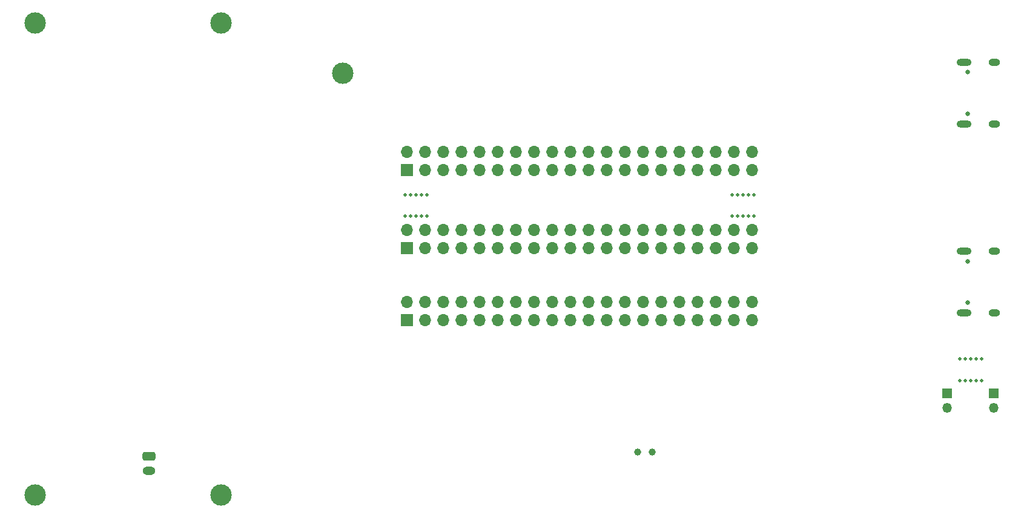
<source format=gbr>
G04 #@! TF.GenerationSoftware,KiCad,Pcbnew,6.0.5-a6ca702e91~116~ubuntu20.04.1*
G04 #@! TF.CreationDate,2022-05-16T06:16:44+02:00*
G04 #@! TF.ProjectId,mainboard,6d61696e-626f-4617-9264-2e6b69636164,rev?*
G04 #@! TF.SameCoordinates,Original*
G04 #@! TF.FileFunction,Soldermask,Bot*
G04 #@! TF.FilePolarity,Negative*
%FSLAX46Y46*%
G04 Gerber Fmt 4.6, Leading zero omitted, Abs format (unit mm)*
G04 Created by KiCad (PCBNEW 6.0.5-a6ca702e91~116~ubuntu20.04.1) date 2022-05-16 06:16:44*
%MOMM*%
%LPD*%
G01*
G04 APERTURE LIST*
G04 Aperture macros list*
%AMRoundRect*
0 Rectangle with rounded corners*
0 $1 Rounding radius*
0 $2 $3 $4 $5 $6 $7 $8 $9 X,Y pos of 4 corners*
0 Add a 4 corners polygon primitive as box body*
4,1,4,$2,$3,$4,$5,$6,$7,$8,$9,$2,$3,0*
0 Add four circle primitives for the rounded corners*
1,1,$1+$1,$2,$3*
1,1,$1+$1,$4,$5*
1,1,$1+$1,$6,$7*
1,1,$1+$1,$8,$9*
0 Add four rect primitives between the rounded corners*
20,1,$1+$1,$2,$3,$4,$5,0*
20,1,$1+$1,$4,$5,$6,$7,0*
20,1,$1+$1,$6,$7,$8,$9,0*
20,1,$1+$1,$8,$9,$2,$3,0*%
G04 Aperture macros list end*
%ADD10C,3.000000*%
%ADD11R,1.700000X1.700000*%
%ADD12O,1.700000X1.700000*%
%ADD13C,0.500000*%
%ADD14RoundRect,0.250000X-0.650000X0.350000X-0.650000X-0.350000X0.650000X-0.350000X0.650000X0.350000X0*%
%ADD15O,1.800000X1.200000*%
%ADD16R,1.350000X1.350000*%
%ADD17O,1.350000X1.350000*%
%ADD18C,0.650000*%
%ADD19O,2.100000X1.000000*%
%ADD20O,1.600000X1.000000*%
%ADD21C,1.000000*%
G04 APERTURE END LIST*
D10*
X108860000Y-131400000D03*
X82860000Y-131400000D03*
X108860000Y-65400000D03*
X82860000Y-65400000D03*
D11*
X134820000Y-85900000D03*
D12*
X134820000Y-83360000D03*
X137360000Y-85900000D03*
X137360000Y-83360000D03*
X139900000Y-85900000D03*
X139900000Y-83360000D03*
X142440000Y-85900000D03*
X142440000Y-83360000D03*
X144980000Y-85900000D03*
X144980000Y-83360000D03*
X147520000Y-85900000D03*
X147520000Y-83360000D03*
X150060000Y-85900000D03*
X150060000Y-83360000D03*
X152600000Y-85900000D03*
X152600000Y-83360000D03*
X155140000Y-85900000D03*
X155140000Y-83360000D03*
X157680000Y-85900000D03*
X157680000Y-83360000D03*
X160220000Y-85900000D03*
X160220000Y-83360000D03*
X162760000Y-85900000D03*
X162760000Y-83360000D03*
X165300000Y-85900000D03*
X165300000Y-83360000D03*
X167840000Y-85900000D03*
X167840000Y-83360000D03*
X170380000Y-85900000D03*
X170380000Y-83360000D03*
X172920000Y-85900000D03*
X172920000Y-83360000D03*
X175460000Y-85900000D03*
X175460000Y-83360000D03*
X178000000Y-85900000D03*
X178000000Y-83360000D03*
X180540000Y-85900000D03*
X180540000Y-83360000D03*
X183080000Y-85900000D03*
X183080000Y-83360000D03*
D10*
X125860000Y-72400000D03*
D13*
X214410000Y-112400000D03*
X212898000Y-115400000D03*
X213660000Y-115400000D03*
X212910000Y-112400000D03*
X215184000Y-115400000D03*
X215184000Y-112400000D03*
X212148000Y-115400000D03*
X214410000Y-115400000D03*
X212148000Y-112400000D03*
X213660000Y-112400000D03*
D14*
X98810000Y-126000000D03*
D15*
X98810000Y-128000000D03*
D11*
X134860000Y-96900000D03*
D12*
X134860000Y-94360000D03*
X137400000Y-96900000D03*
X137400000Y-94360000D03*
X139940000Y-96900000D03*
X139940000Y-94360000D03*
X142480000Y-96900000D03*
X142480000Y-94360000D03*
X145020000Y-96900000D03*
X145020000Y-94360000D03*
X147560000Y-96900000D03*
X147560000Y-94360000D03*
X150100000Y-96900000D03*
X150100000Y-94360000D03*
X152640000Y-96900000D03*
X152640000Y-94360000D03*
X155180000Y-96900000D03*
X155180000Y-94360000D03*
X157720000Y-96900000D03*
X157720000Y-94360000D03*
X160260000Y-96900000D03*
X160260000Y-94360000D03*
X162800000Y-96900000D03*
X162800000Y-94360000D03*
X165340000Y-96900000D03*
X165340000Y-94360000D03*
X167880000Y-96900000D03*
X167880000Y-94360000D03*
X170420000Y-96900000D03*
X170420000Y-94360000D03*
X172960000Y-96900000D03*
X172960000Y-94360000D03*
X175500000Y-96900000D03*
X175500000Y-94360000D03*
X178040000Y-96900000D03*
X178040000Y-94360000D03*
X180580000Y-96900000D03*
X180580000Y-94360000D03*
X183120000Y-96900000D03*
X183120000Y-94360000D03*
D13*
X182610000Y-92400000D03*
X181098000Y-92400000D03*
X180348000Y-92400000D03*
X183384000Y-89400000D03*
X181860000Y-92400000D03*
X180348000Y-89400000D03*
X181110000Y-89400000D03*
X182610000Y-89400000D03*
X181860000Y-89400000D03*
X183384000Y-92400000D03*
D16*
X216860000Y-117200000D03*
D17*
X216860000Y-119200000D03*
D16*
X210360000Y-117200000D03*
D17*
X210360000Y-119200000D03*
D18*
X213255000Y-98690000D03*
X213255000Y-104470000D03*
D19*
X212755000Y-97260000D03*
D20*
X216935000Y-97260000D03*
D19*
X212755000Y-105900000D03*
D20*
X216935000Y-105900000D03*
D18*
X213255000Y-78040000D03*
X213255000Y-72260000D03*
D20*
X216935000Y-79470000D03*
D19*
X212755000Y-70830000D03*
X212755000Y-79470000D03*
D20*
X216935000Y-70830000D03*
D11*
X134860000Y-106900000D03*
D12*
X134860000Y-104360000D03*
X137400000Y-106900000D03*
X137400000Y-104360000D03*
X139940000Y-106900000D03*
X139940000Y-104360000D03*
X142480000Y-106900000D03*
X142480000Y-104360000D03*
X145020000Y-106900000D03*
X145020000Y-104360000D03*
X147560000Y-106900000D03*
X147560000Y-104360000D03*
X150100000Y-106900000D03*
X150100000Y-104360000D03*
X152640000Y-106900000D03*
X152640000Y-104360000D03*
X155180000Y-106900000D03*
X155180000Y-104360000D03*
X157720000Y-106900000D03*
X157720000Y-104360000D03*
X160260000Y-106900000D03*
X160260000Y-104360000D03*
X162800000Y-106900000D03*
X162800000Y-104360000D03*
X165340000Y-106900000D03*
X165340000Y-104360000D03*
X167880000Y-106900000D03*
X167880000Y-104360000D03*
X170420000Y-106900000D03*
X170420000Y-104360000D03*
X172960000Y-106900000D03*
X172960000Y-104360000D03*
X175500000Y-106900000D03*
X175500000Y-104360000D03*
X178040000Y-106900000D03*
X178040000Y-104360000D03*
X180580000Y-106900000D03*
X180580000Y-104360000D03*
X183120000Y-106900000D03*
X183120000Y-104360000D03*
D13*
X134598000Y-92400000D03*
X134598000Y-89400000D03*
X136860000Y-92400000D03*
X137634000Y-89400000D03*
X137634000Y-92400000D03*
X135348000Y-92400000D03*
X136110000Y-92400000D03*
X136860000Y-89400000D03*
X135360000Y-89400000D03*
X136110000Y-89400000D03*
D21*
X167110000Y-125400000D03*
X169160000Y-125400000D03*
M02*

</source>
